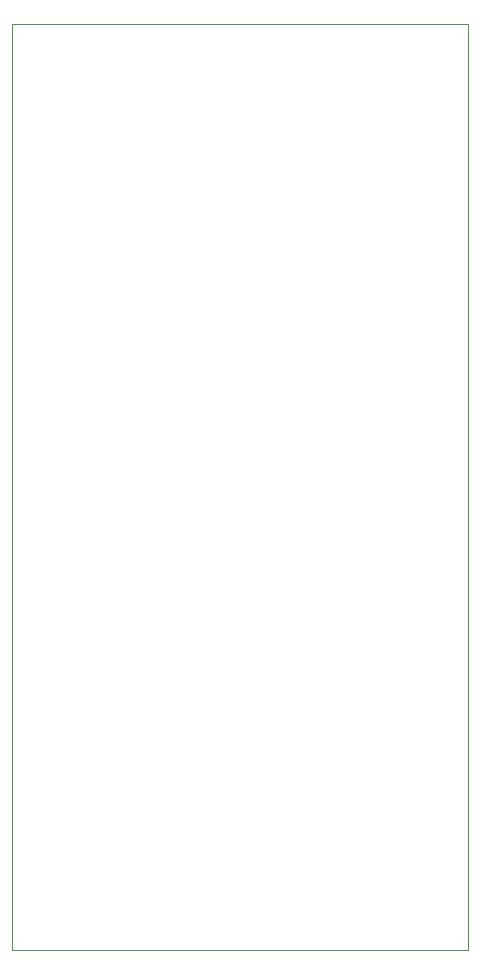
<source format=gm1>
G04 #@! TF.GenerationSoftware,KiCad,Pcbnew,7.0.2*
G04 #@! TF.CreationDate,2024-03-05T19:29:17+01:00*
G04 #@! TF.ProjectId,BalunAndFilter,42616c75-6e41-46e6-9446-696c7465722e,rev?*
G04 #@! TF.SameCoordinates,Original*
G04 #@! TF.FileFunction,Profile,NP*
%FSLAX46Y46*%
G04 Gerber Fmt 4.6, Leading zero omitted, Abs format (unit mm)*
G04 Created by KiCad (PCBNEW 7.0.2) date 2024-03-05 19:29:17*
%MOMM*%
%LPD*%
G01*
G04 APERTURE LIST*
G04 #@! TA.AperFunction,Profile*
%ADD10C,0.100000*%
G04 #@! TD*
G04 APERTURE END LIST*
D10*
X101872000Y-34870000D02*
X140462000Y-34870000D01*
X140462000Y-113284000D01*
X101872000Y-113284000D01*
X101872000Y-34870000D01*
G04 #@! TO.C,J4*
X139572000Y-34870000D02*
X130972000Y-34870000D01*
G04 #@! TO.C,J3*
X129872000Y-34870000D02*
X121272000Y-34870000D01*
G04 #@! TO.C,J2*
X120172000Y-34870000D02*
X111572000Y-34870000D01*
G04 #@! TO.C,J1*
X110472000Y-34870000D02*
X101872000Y-34870000D01*
G04 #@! TD*
M02*

</source>
